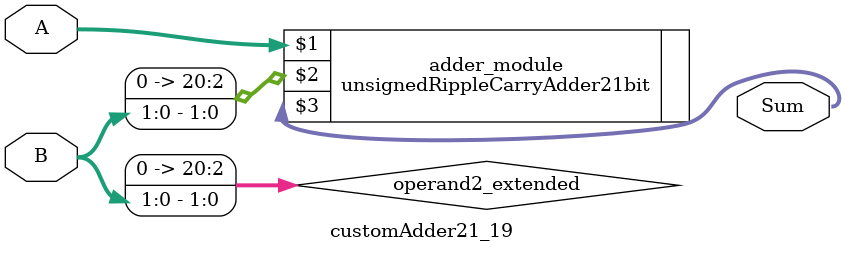
<source format=v>

module customAdder21_19(
                    input [20 : 0] A,
                    input [1 : 0] B,
                    
                    output [21 : 0] Sum
            );

    wire [20 : 0] operand2_extended;
    
    assign operand2_extended =  {19'b0, B};
    
    unsignedRippleCarryAdder21bit adder_module(
        A,
        operand2_extended,
        Sum
    );
    
endmodule
        
</source>
